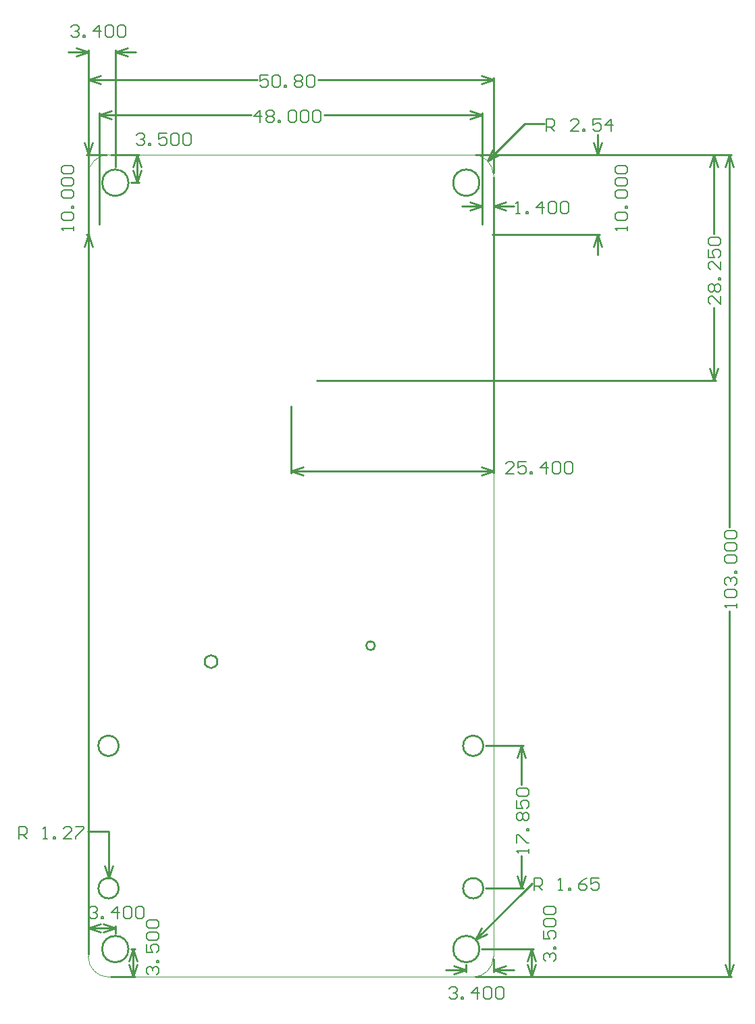
<source format=gbr>
G04*
G04 #@! TF.GenerationSoftware,Altium Limited,Altium Designer,22.4.2 (48)*
G04*
G04 Layer_Color=16711935*
%FSLAX25Y25*%
%MOIN*%
G70*
G04*
G04 #@! TF.SameCoordinates,F1429C7B-AB02-4E32-93F6-432C4BA2DB55*
G04*
G04*
G04 #@! TF.FilePolarity,Positive*
G04*
G01*
G75*
%ADD12C,0.01000*%
%ADD158C,0.00600*%
%ADD161C,0.00050*%
D12*
X141535Y163386D02*
G03*
X141535Y163386I-2165J0D01*
G01*
X63779Y155512D02*
G03*
X63779Y155512I-3150J0D01*
G01*
X15000Y114016D02*
G03*
X15000Y114016I-5000J0D01*
G01*
X195025Y43765D02*
G03*
X195025Y43765I-5000J0D01*
G01*
X195024Y114016D02*
G03*
X195024Y114016I-5000J0D01*
G01*
X19882Y391732D02*
G03*
X19882Y391732I-6496J0D01*
G01*
X193110D02*
G03*
X193110Y391732I-6496J0D01*
G01*
X15025Y43765D02*
G03*
X15025Y43765I-5000J0D01*
G01*
X19882Y13780D02*
G03*
X19882Y13780I-6496J0D01*
G01*
X193110D02*
G03*
X193110Y13780I-6496J0D01*
G01*
X7386Y22016D02*
X13386Y24016D01*
X7386Y26016D02*
X13386Y24016D01*
X0D02*
X6000Y26016D01*
X0Y24016D02*
X6000Y22016D01*
X6693Y24016D02*
X13386D01*
X0D02*
X6693D01*
X13386Y21374D02*
Y25016D01*
X0Y11025D02*
Y25016D01*
X100000Y249606D02*
X106000Y251606D01*
X100000Y249606D02*
X106000Y247606D01*
X194000D02*
X200000Y249606D01*
X194000Y251606D02*
X200000Y249606D01*
X100000D02*
X150000D01*
X200000D01*
X100000Y248606D02*
Y281382D01*
X200000Y248606D02*
Y394487D01*
X316535Y405512D02*
X318535Y399512D01*
X314535D02*
X316535Y405512D01*
X314535Y6000D02*
X316535Y0D01*
X318535Y6000D01*
X316535Y221750D02*
Y405512D01*
Y0D02*
Y180562D01*
X191025Y405512D02*
X317535D01*
X191025Y0D02*
X317535D01*
X211779Y49740D02*
X213779Y43740D01*
X215779Y49740D01*
X213779Y114016D02*
X215779Y108016D01*
X211779D02*
X213779Y114016D01*
Y43740D02*
Y59683D01*
Y94873D02*
Y114016D01*
X196098Y43740D02*
X214779D01*
X196098Y114016D02*
X214779D01*
X-6000Y454299D02*
X0Y456299D01*
X-6000Y458299D02*
X0Y456299D01*
X13386D02*
X19386Y458299D01*
X13386Y456299D02*
X19386Y454299D01*
X-10000Y456299D02*
X0D01*
X13386D02*
X23386D01*
X13386Y399327D02*
Y457299D01*
X0Y396537D02*
Y457299D01*
X22016Y397732D02*
X24016Y391732D01*
X26016Y397732D01*
X24016Y405512D02*
X26016Y399512D01*
X22016D02*
X24016Y405512D01*
Y391732D02*
Y398622D01*
Y405512D01*
X20980Y391732D02*
X25016D01*
X11025Y405512D02*
X25016D01*
X22047Y13780D02*
X24047Y7779D01*
X20047D02*
X22047Y13780D01*
X20047Y6000D02*
X22047Y0D01*
X24047Y6000D01*
X22047Y6890D02*
Y13780D01*
Y0D02*
Y6890D01*
X20980Y13780D02*
X23047D01*
X11025Y0D02*
X23047D01*
X200000Y3543D02*
X206000Y5543D01*
X200000Y3543D02*
X206000Y1543D01*
X180614D02*
X186614Y3543D01*
X180614Y5543D02*
X186614Y3543D01*
X200000D02*
X210000D01*
X176614D02*
X186614D01*
Y2543D02*
Y6185D01*
X200000Y2543D02*
Y8975D01*
X218898Y13780D02*
X220898Y7779D01*
X216898D02*
X218898Y13780D01*
X216898Y6000D02*
X218898Y0D01*
X220898Y6000D01*
X218898Y6890D02*
Y13780D01*
Y0D02*
Y6890D01*
X194209Y13780D02*
X219898D01*
X191025Y0D02*
X219898D01*
X306661Y300291D02*
X308661Y294291D01*
X310661Y300291D01*
X308661Y405512D02*
X310661Y399512D01*
X306661D02*
X308661Y405512D01*
Y294291D02*
Y330207D01*
Y366396D02*
Y405512D01*
X112909Y294291D02*
X309661D01*
X191025Y405512D02*
X309661D01*
X-2000Y411512D02*
X0Y405512D01*
X2000Y411512D01*
X0Y366142D02*
X2000Y360142D01*
X-2000D02*
X0Y366142D01*
Y405512D02*
Y415512D01*
Y356142D02*
Y366142D01*
X-1000D02*
X476D01*
X-1000Y405512D02*
X8975D01*
X5512Y425197D02*
X11512Y427197D01*
X5512Y425197D02*
X11512Y423197D01*
X188488D02*
X194488Y425197D01*
X188488Y427197D02*
X194488Y425197D01*
X5512D02*
X80305D01*
X116495D02*
X194488D01*
X5512Y371177D02*
Y426197D01*
X194488Y371177D02*
Y426197D01*
X251575Y366142D02*
X253575Y360142D01*
X249575D02*
X251575Y366142D01*
X249575Y411512D02*
X251575Y405512D01*
X253575Y411512D01*
X251575Y356142D02*
Y366142D01*
Y405512D02*
Y415512D01*
X191025Y405512D02*
X252575D01*
X199524Y366142D02*
X252575D01*
X200000Y380000D02*
X206000Y382000D01*
X200000Y380000D02*
X206000Y378000D01*
X188488D02*
X194488Y380000D01*
X188488Y382000D02*
X194488Y380000D01*
X200000D02*
X210000D01*
X184488D02*
X194488D01*
Y371177D02*
Y381000D01*
X200000Y379000D02*
Y394487D01*
X8025Y54765D02*
X10025Y48765D01*
X12025Y54765D01*
X10025Y48765D02*
Y71850D01*
X-169D02*
X10025D01*
X191208Y18373D02*
X194036Y24030D01*
X191208Y18373D02*
X196864Y21201D01*
X191208Y18373D02*
X216081Y43246D01*
X219117Y46282D01*
X197071Y402583D02*
X199899Y408240D01*
X197071Y402583D02*
X202728Y405411D01*
X197071Y402583D02*
X215296Y420808D01*
X225034D01*
X194000Y440500D02*
X200000Y442500D01*
X194000Y444500D02*
X200000Y442500D01*
X0D02*
X6000Y444500D01*
X0Y442500D02*
X6000Y440500D01*
X113496Y442500D02*
X200000D01*
X0D02*
X83304D01*
X200000Y396537D02*
Y443500D01*
X0Y11025D02*
Y443500D01*
D158*
X600Y33945D02*
X1600Y34944D01*
X3599D01*
X4599Y33945D01*
Y32945D01*
X3599Y31945D01*
X2599D01*
X3599D01*
X4599Y30946D01*
Y29946D01*
X3599Y28947D01*
X1600D01*
X600Y29946D01*
X6598Y28947D02*
Y29946D01*
X7598D01*
Y28947D01*
X6598D01*
X14595D02*
Y34944D01*
X11596Y31945D01*
X15595D01*
X17594Y33945D02*
X18594Y34944D01*
X20594D01*
X21593Y33945D01*
Y29946D01*
X20594Y28947D01*
X18594D01*
X17594Y29946D01*
Y33945D01*
X23593D02*
X24592Y34944D01*
X26592D01*
X27591Y33945D01*
Y29946D01*
X26592Y28947D01*
X24592D01*
X23593Y29946D01*
Y33945D01*
X210110Y248238D02*
X206112D01*
X210110Y252237D01*
Y253236D01*
X209111Y254236D01*
X207112D01*
X206112Y253236D01*
X216109Y254236D02*
X212110D01*
Y251237D01*
X214109Y252237D01*
X215109D01*
X216109Y251237D01*
Y249237D01*
X215109Y248238D01*
X213109D01*
X212110Y249237D01*
X218108Y248238D02*
Y249237D01*
X219108D01*
Y248238D01*
X218108D01*
X226105D02*
Y254236D01*
X223106Y251237D01*
X227105D01*
X229104Y253236D02*
X230104Y254236D01*
X232103D01*
X233103Y253236D01*
Y249237D01*
X232103Y248238D01*
X230104D01*
X229104Y249237D01*
Y253236D01*
X235102D02*
X236102Y254236D01*
X238102D01*
X239101Y253236D01*
Y249237D01*
X238102Y248238D01*
X236102D01*
X235102Y249237D01*
Y253236D01*
X320134Y182162D02*
Y184161D01*
Y183162D01*
X314136D01*
X315136Y182162D01*
Y187160D02*
X314136Y188160D01*
Y190159D01*
X315136Y191159D01*
X319135D01*
X320134Y190159D01*
Y188160D01*
X319135Y187160D01*
X315136D01*
Y193158D02*
X314136Y194158D01*
Y196158D01*
X315136Y197157D01*
X316136D01*
X317135Y196158D01*
Y195158D01*
Y196158D01*
X318135Y197157D01*
X319135D01*
X320134Y196158D01*
Y194158D01*
X319135Y193158D01*
X320134Y199156D02*
X319135D01*
Y200156D01*
X320134D01*
Y199156D01*
X315136Y204155D02*
X314136Y205155D01*
Y207154D01*
X315136Y208154D01*
X319135D01*
X320134Y207154D01*
Y205155D01*
X319135Y204155D01*
X315136D01*
Y210153D02*
X314136Y211153D01*
Y213152D01*
X315136Y214152D01*
X319135D01*
X320134Y213152D01*
Y211153D01*
X319135Y210153D01*
X315136D01*
Y216151D02*
X314136Y217151D01*
Y219150D01*
X315136Y220150D01*
X319135D01*
X320134Y219150D01*
Y217151D01*
X319135Y216151D01*
X315136D01*
X217379Y61283D02*
Y63283D01*
Y62283D01*
X211381D01*
X212380Y61283D01*
X211381Y66281D02*
Y70280D01*
X212380D01*
X216379Y66281D01*
X217379D01*
Y72280D02*
X216379D01*
Y73279D01*
X217379D01*
Y72280D01*
X212380Y77278D02*
X211381Y78278D01*
Y80277D01*
X212380Y81277D01*
X213380D01*
X214380Y80277D01*
X215379Y81277D01*
X216379D01*
X217379Y80277D01*
Y78278D01*
X216379Y77278D01*
X215379D01*
X214380Y78278D01*
X213380Y77278D01*
X212380D01*
X214380Y78278D02*
Y80277D01*
X211381Y87275D02*
Y83276D01*
X214380D01*
X213380Y85275D01*
Y86275D01*
X214380Y87275D01*
X216379D01*
X217379Y86275D01*
Y84276D01*
X216379Y83276D01*
X212380Y89274D02*
X211381Y90274D01*
Y92273D01*
X212380Y93273D01*
X216379D01*
X217379Y92273D01*
Y90274D01*
X216379Y89274D01*
X212380D01*
X-8403Y468496D02*
X-7403Y469495D01*
X-5404D01*
X-4404Y468496D01*
Y467496D01*
X-5404Y466496D01*
X-6403D01*
X-5404D01*
X-4404Y465497D01*
Y464497D01*
X-5404Y463497D01*
X-7403D01*
X-8403Y464497D01*
X-2405Y463497D02*
Y464497D01*
X-1405D01*
Y463497D01*
X-2405D01*
X5593D02*
Y469495D01*
X2594Y466496D01*
X6592D01*
X8592Y468496D02*
X9591Y469495D01*
X11591D01*
X12591Y468496D01*
Y464497D01*
X11591Y463497D01*
X9591D01*
X8592Y464497D01*
Y468496D01*
X14590D02*
X15589Y469495D01*
X17589D01*
X18589Y468496D01*
Y464497D01*
X17589Y463497D01*
X15589D01*
X14590Y464497D01*
Y468496D01*
X23828Y415047D02*
X24828Y416047D01*
X26827D01*
X27827Y415047D01*
Y414047D01*
X26827Y413048D01*
X25828D01*
X26827D01*
X27827Y412048D01*
Y411049D01*
X26827Y410049D01*
X24828D01*
X23828Y411049D01*
X29826Y410049D02*
Y411049D01*
X30826D01*
Y410049D01*
X29826D01*
X38824Y416047D02*
X34825D01*
Y413048D01*
X36824Y414047D01*
X37824D01*
X38824Y413048D01*
Y411049D01*
X37824Y410049D01*
X35824D01*
X34825Y411049D01*
X40823Y415047D02*
X41822Y416047D01*
X43822D01*
X44822Y415047D01*
Y411049D01*
X43822Y410049D01*
X41822D01*
X40823Y411049D01*
Y415047D01*
X46821D02*
X47821Y416047D01*
X49820D01*
X50820Y415047D01*
Y411049D01*
X49820Y410049D01*
X47821D01*
X46821Y411049D01*
Y415047D01*
X29835Y1100D02*
X28835Y2100D01*
Y4099D01*
X29835Y5099D01*
X30834D01*
X31834Y4099D01*
Y3099D01*
Y4099D01*
X32834Y5099D01*
X33833D01*
X34833Y4099D01*
Y2100D01*
X33833Y1100D01*
X34833Y7098D02*
X33833D01*
Y8098D01*
X34833D01*
Y7098D01*
X28835Y16095D02*
Y12096D01*
X31834D01*
X30834Y14096D01*
Y15096D01*
X31834Y16095D01*
X33833D01*
X34833Y15096D01*
Y13096D01*
X33833Y12096D01*
X29835Y18094D02*
X28835Y19094D01*
Y21093D01*
X29835Y22093D01*
X33833D01*
X34833Y21093D01*
Y19094D01*
X33833Y18094D01*
X29835D01*
Y24093D02*
X28835Y25092D01*
Y27092D01*
X29835Y28091D01*
X33833D01*
X34833Y27092D01*
Y25092D01*
X33833Y24093D01*
X29835D01*
X178211Y-5854D02*
X179211Y-4855D01*
X181210D01*
X182210Y-5854D01*
Y-6854D01*
X181210Y-7854D01*
X180211D01*
X181210D01*
X182210Y-8854D01*
Y-9853D01*
X181210Y-10853D01*
X179211D01*
X178211Y-9853D01*
X184210Y-10853D02*
Y-9853D01*
X185209D01*
Y-10853D01*
X184210D01*
X192207D02*
Y-4855D01*
X189208Y-7854D01*
X193207D01*
X195206Y-5854D02*
X196206Y-4855D01*
X198205D01*
X199205Y-5854D01*
Y-9853D01*
X198205Y-10853D01*
X196206D01*
X195206Y-9853D01*
Y-5854D01*
X201204D02*
X202204Y-4855D01*
X204203D01*
X205203Y-5854D01*
Y-9853D01*
X204203Y-10853D01*
X202204D01*
X201204Y-9853D01*
Y-5854D01*
X225898Y7687D02*
X224898Y8686D01*
Y10686D01*
X225898Y11685D01*
X226897D01*
X227897Y10686D01*
Y9686D01*
Y10686D01*
X228897Y11685D01*
X229896D01*
X230896Y10686D01*
Y8686D01*
X229896Y7687D01*
X230896Y13685D02*
X229896D01*
Y14684D01*
X230896D01*
Y13685D01*
X224898Y22682D02*
Y18683D01*
X227897D01*
X226897Y20682D01*
Y21682D01*
X227897Y22682D01*
X229896D01*
X230896Y21682D01*
Y19683D01*
X229896Y18683D01*
X225898Y24681D02*
X224898Y25681D01*
Y27680D01*
X225898Y28680D01*
X229896D01*
X230896Y27680D01*
Y25681D01*
X229896Y24681D01*
X225898D01*
Y30679D02*
X224898Y31679D01*
Y33678D01*
X225898Y34678D01*
X229896D01*
X230896Y33678D01*
Y31679D01*
X229896Y30679D01*
X225898D01*
X312260Y335806D02*
Y331807D01*
X308262Y335806D01*
X307262D01*
X306262Y334806D01*
Y332807D01*
X307262Y331807D01*
Y337805D02*
X306262Y338805D01*
Y340804D01*
X307262Y341804D01*
X308262D01*
X309261Y340804D01*
X310261Y341804D01*
X311261D01*
X312260Y340804D01*
Y338805D01*
X311261Y337805D01*
X310261D01*
X309261Y338805D01*
X308262Y337805D01*
X307262D01*
X309261Y338805D02*
Y340804D01*
X312260Y343803D02*
X311261D01*
Y344803D01*
X312260D01*
Y343803D01*
Y352800D02*
Y348801D01*
X308262Y352800D01*
X307262D01*
X306262Y351800D01*
Y349801D01*
X307262Y348801D01*
X306262Y358798D02*
Y354800D01*
X309261D01*
X308262Y356799D01*
Y357799D01*
X309261Y358798D01*
X311261D01*
X312260Y357799D01*
Y355799D01*
X311261Y354800D01*
X307262Y360798D02*
X306262Y361797D01*
Y363797D01*
X307262Y364796D01*
X311261D01*
X312260Y363797D01*
Y361797D01*
X311261Y360798D01*
X307262D01*
X-7198Y368232D02*
Y370231D01*
Y369232D01*
X-13196D01*
X-12196Y368232D01*
Y373230D02*
X-13196Y374230D01*
Y376229D01*
X-12196Y377229D01*
X-8198D01*
X-7198Y376229D01*
Y374230D01*
X-8198Y373230D01*
X-12196D01*
X-7198Y379228D02*
X-8198D01*
Y380228D01*
X-7198D01*
Y379228D01*
X-12196Y384227D02*
X-13196Y385226D01*
Y387226D01*
X-12196Y388226D01*
X-8198D01*
X-7198Y387226D01*
Y385226D01*
X-8198Y384227D01*
X-12196D01*
Y390225D02*
X-13196Y391225D01*
Y393224D01*
X-12196Y394223D01*
X-8198D01*
X-7198Y393224D01*
Y391225D01*
X-8198Y390225D01*
X-12196D01*
Y396223D02*
X-13196Y397223D01*
Y399222D01*
X-12196Y400222D01*
X-8198D01*
X-7198Y399222D01*
Y397223D01*
X-8198Y396223D01*
X-12196D01*
X84904Y421598D02*
Y427596D01*
X81905Y424597D01*
X85904D01*
X87903Y426596D02*
X88903Y427596D01*
X90902D01*
X91902Y426596D01*
Y425597D01*
X90902Y424597D01*
X91902Y423597D01*
Y422598D01*
X90902Y421598D01*
X88903D01*
X87903Y422598D01*
Y423597D01*
X88903Y424597D01*
X87903Y425597D01*
Y426596D01*
X88903Y424597D02*
X90902D01*
X93901Y421598D02*
Y422598D01*
X94901D01*
Y421598D01*
X93901D01*
X98900Y426596D02*
X99900Y427596D01*
X101899D01*
X102899Y426596D01*
Y422598D01*
X101899Y421598D01*
X99900D01*
X98900Y422598D01*
Y426596D01*
X104898D02*
X105898Y427596D01*
X107897D01*
X108897Y426596D01*
Y422598D01*
X107897Y421598D01*
X105898D01*
X104898Y422598D01*
Y426596D01*
X110896D02*
X111896Y427596D01*
X113895D01*
X114895Y426596D01*
Y422598D01*
X113895Y421598D01*
X111896D01*
X110896Y422598D01*
Y426596D01*
X265971Y368232D02*
Y370231D01*
Y369232D01*
X259973D01*
X260972Y368232D01*
Y373230D02*
X259973Y374230D01*
Y376229D01*
X260972Y377229D01*
X264971D01*
X265971Y376229D01*
Y374230D01*
X264971Y373230D01*
X260972D01*
X265971Y379228D02*
X264971D01*
Y380228D01*
X265971D01*
Y379228D01*
X260972Y384227D02*
X259973Y385226D01*
Y387226D01*
X260972Y388226D01*
X264971D01*
X265971Y387226D01*
Y385226D01*
X264971Y384227D01*
X260972D01*
Y390225D02*
X259973Y391225D01*
Y393224D01*
X260972Y394223D01*
X264971D01*
X265971Y393224D01*
Y391225D01*
X264971Y390225D01*
X260972D01*
Y396223D02*
X259973Y397223D01*
Y399222D01*
X260972Y400222D01*
X264971D01*
X265971Y399222D01*
Y397223D01*
X264971Y396223D01*
X260972D01*
X211000Y376401D02*
X212999D01*
X212000D01*
Y382399D01*
X211000Y381399D01*
X215998Y376401D02*
Y377401D01*
X216998D01*
Y376401D01*
X215998D01*
X223996D02*
Y382399D01*
X220997Y379400D01*
X224995D01*
X226995Y381399D02*
X227994Y382399D01*
X229994D01*
X230994Y381399D01*
Y377401D01*
X229994Y376401D01*
X227994D01*
X226995Y377401D01*
Y381399D01*
X232993D02*
X233993Y382399D01*
X235992D01*
X236992Y381399D01*
Y377401D01*
X235992Y376401D01*
X233993D01*
X232993Y377401D01*
Y381399D01*
X-34359Y68251D02*
Y74249D01*
X-31360D01*
X-30360Y73250D01*
Y71250D01*
X-31360Y70250D01*
X-34359D01*
X-32360D02*
X-30360Y68251D01*
X-22363D02*
X-20364D01*
X-21363D01*
Y74249D01*
X-22363Y73250D01*
X-17364Y68251D02*
Y69251D01*
X-16365D01*
Y68251D01*
X-17364D01*
X-8367D02*
X-12366D01*
X-8367Y72250D01*
Y73250D01*
X-9367Y74249D01*
X-11366D01*
X-12366Y73250D01*
X-6368Y74249D02*
X-2369D01*
Y73250D01*
X-6368Y69251D01*
Y68251D01*
X220117Y42683D02*
Y48681D01*
X223116D01*
X224116Y47682D01*
Y45682D01*
X223116Y44683D01*
X220117D01*
X222116D02*
X224116Y42683D01*
X232113D02*
X234112D01*
X233113D01*
Y48681D01*
X232113Y47682D01*
X237111Y42683D02*
Y43683D01*
X238111D01*
Y42683D01*
X237111D01*
X246109Y48681D02*
X244109Y47682D01*
X242110Y45682D01*
Y43683D01*
X243109Y42683D01*
X245109D01*
X246109Y43683D01*
Y44683D01*
X245109Y45682D01*
X242110D01*
X252107Y48681D02*
X248108D01*
Y45682D01*
X250107Y46682D01*
X251107D01*
X252107Y45682D01*
Y43683D01*
X251107Y42683D01*
X249108D01*
X248108Y43683D01*
X226034Y417209D02*
Y423207D01*
X229033D01*
X230032Y422207D01*
Y420208D01*
X229033Y419208D01*
X226034D01*
X228033D02*
X230032Y417209D01*
X242028D02*
X238030D01*
X242028Y421208D01*
Y422207D01*
X241029Y423207D01*
X239029D01*
X238030Y422207D01*
X244028Y417209D02*
Y418209D01*
X245027D01*
Y417209D01*
X244028D01*
X253025Y423207D02*
X249026D01*
Y420208D01*
X251026Y421208D01*
X252025D01*
X253025Y420208D01*
Y418209D01*
X252025Y417209D01*
X250026D01*
X249026Y418209D01*
X258023Y417209D02*
Y423207D01*
X255024Y420208D01*
X259023D01*
X88903Y444899D02*
X84904D01*
Y441900D01*
X86904Y442900D01*
X87903D01*
X88903Y441900D01*
Y439901D01*
X87903Y438901D01*
X85904D01*
X84904Y439901D01*
X90902Y443899D02*
X91902Y444899D01*
X93901D01*
X94901Y443899D01*
Y439901D01*
X93901Y438901D01*
X91902D01*
X90902Y439901D01*
Y443899D01*
X96900Y438901D02*
Y439901D01*
X97900D01*
Y438901D01*
X96900D01*
X101899Y443899D02*
X102899Y444899D01*
X104898D01*
X105898Y443899D01*
Y442900D01*
X104898Y441900D01*
X105898Y440900D01*
Y439901D01*
X104898Y438901D01*
X102899D01*
X101899Y439901D01*
Y440900D01*
X102899Y441900D01*
X101899Y442900D01*
Y443899D01*
X102899Y441900D02*
X104898D01*
X107897Y443899D02*
X108897Y444899D01*
X110896D01*
X111896Y443899D01*
Y439901D01*
X110896Y438901D01*
X108897D01*
X107897Y439901D01*
Y443899D01*
D161*
X0Y10000D02*
G03*
X10000Y0I10000J0D01*
G01*
X190000D02*
G03*
X200000Y10000I0J10000D01*
G01*
Y395512D02*
G03*
X190000Y405512I-10000J0D01*
G01*
X10000D02*
G03*
X0Y395512I0J-10000D01*
G01*
Y10000D02*
Y395512D01*
X10000Y0D02*
X190000D01*
X200000Y10000D02*
Y395512D01*
X10000Y405512D02*
X190000D01*
M02*

</source>
